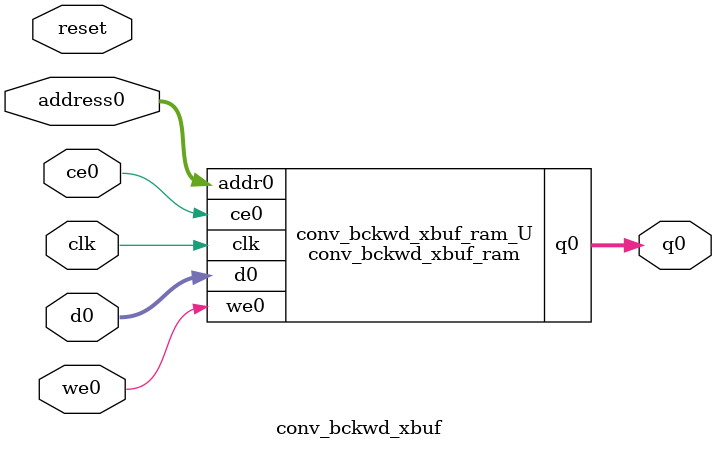
<source format=v>
`timescale 1 ns / 1 ps
module conv_bckwd_xbuf_ram (addr0, ce0, d0, we0, q0,  clk);

parameter DWIDTH = 32;
parameter AWIDTH = 17;
parameter MEM_SIZE = 100000;

input[AWIDTH-1:0] addr0;
input ce0;
input[DWIDTH-1:0] d0;
input we0;
output reg[DWIDTH-1:0] q0;
input clk;

reg [DWIDTH-1:0] ram[0:MEM_SIZE-1];




always @(posedge clk)  
begin 
    if (ce0) begin
        if (we0) 
            ram[addr0] <= d0; 
        q0 <= ram[addr0];
    end
end


endmodule

`timescale 1 ns / 1 ps
module conv_bckwd_xbuf(
    reset,
    clk,
    address0,
    ce0,
    we0,
    d0,
    q0);

parameter DataWidth = 32'd32;
parameter AddressRange = 32'd100000;
parameter AddressWidth = 32'd17;
input reset;
input clk;
input[AddressWidth - 1:0] address0;
input ce0;
input we0;
input[DataWidth - 1:0] d0;
output[DataWidth - 1:0] q0;



conv_bckwd_xbuf_ram conv_bckwd_xbuf_ram_U(
    .clk( clk ),
    .addr0( address0 ),
    .ce0( ce0 ),
    .we0( we0 ),
    .d0( d0 ),
    .q0( q0 ));

endmodule


</source>
